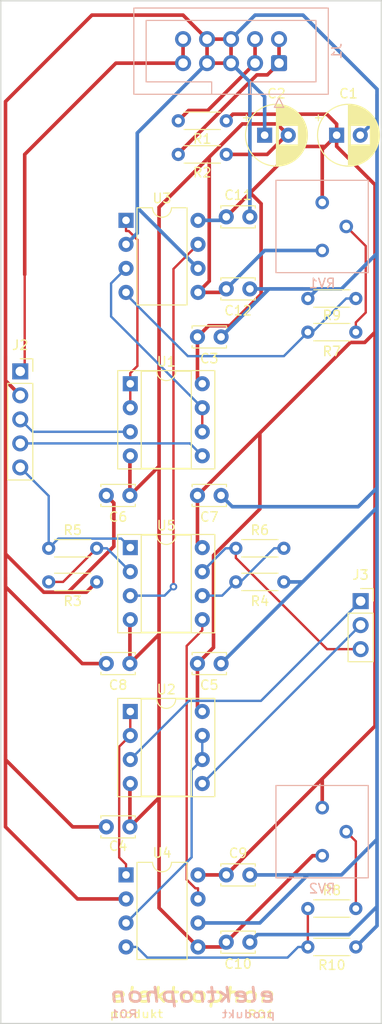
<source format=kicad_pcb>
(kicad_pcb (version 20211014) (generator pcbnew)
  (title_block (title "produkt") (date "2021-07-28") (comment 1 "PCB for main circuit") (comment 2 "vca and ringmodulator") (comment 4 "License CC BY 4.0 - Attribution 4.0 International"))
  (layers (0 "F.Cu" signal) (31 "B.Cu" signal) (34 "B.Paste" user) (35 "F.Paste" user) (36 "B.SilkS" user "B.Silkscreen") (37 "F.SilkS" user "F.Silkscreen") (38 "B.Mask" user) (39 "F.Mask" user) (44 "Edge.Cuts" user))
  (net 0 "")
  (net 1 "GND")
  (net 2 "+15V")
  (net 3 "-15V")
  (net 4 "+5V")
  (net 5 "VP")
  (net 6 "VN")
  (net 7 "OUTb")
  (net 8 "Yb")
  (net 9 "Xb")
  (net 10 "OUTa")
  (net 11 "Ya")
  (net 12 "Xa")
  (net 13 "Net-(R3-Pad1)")
  (net 14 "Net-(R4-Pad1)")
  (net 15 "Net-(R7-Pad2)")
  (net 16 "Net-(R7-Pad1)")
  (net 17 "Net-(R8-Pad2)")
  (net 18 "Net-(R10-Pad2)")
  (net 19 "Net-(U1-Pad6)")
  (net 20 "Net-(U1-Pad1)")
  (net 21 "Net-(U2-Pad6)")
  (net 22 "Net-(U2-Pad1)")
  (net 23 "Net-(U3-Pad7)")
  (net 24 "Net-(U4-Pad7)")
  (footprint "MountingHole:MountingHole_2.2mm_M2" (layer "F.Cu") (at 88.56 53.34)
    (fp_text reference "H2" hide)
    (fp_text value "MountingHole" hide)
    (pad "" np_thru_hole circle locked (at 0 0) (size 2.2 2.2) (drill 2.2) (layers *.Cu *.Mask))
  )
  (footprint "MountingHole:MountingHole_2.2mm_M2" (layer "F.Cu") (at 53.34 156.44)
    (fp_text reference "H3" hide)
    (fp_text value "MountingHole" hide)
    (pad "" np_thru_hole circle locked (at 0 0) (size 2.2 2.2) (drill 2.2) (layers *.Cu *.Mask))
  )
  (footprint "MountingHole:MountingHole_2.2mm_M2" (layer "F.Cu") (at 88.56 156.44)
    (fp_text reference "H4" hide)
    (fp_text value "MountingHole" hide)
    (pad "" np_thru_hole circle locked (at 0 0) (size 2.2 2.2) (drill 2.2) (layers *.Cu *.Mask))
  )
  (footprint "Capacitor_THT:CP_Radial_D6.3mm_P2.50mm" (layer "F.Cu") (at 86.36 65.024)
    (fp_text reference "C1" (at 1.25 -4.4) (layer "F.SilkS"))
    (fp_text value "22u")
    (pad "1" thru_hole rect locked (at 0 0) (size 1.6 1.6) (drill 0.8) (layers *.Cu *.Mask) (net 2 "+15V"))
    (pad "2" thru_hole circle locked (at 2.5 0) (size 1.6 1.6) (drill 0.8) (layers *.Cu *.Mask) (net 1 "GND"))
  )
  (footprint "Capacitor_THT:CP_Radial_D6.3mm_P2.50mm" (layer "F.Cu") (at 78.74 65.024)
    (fp_text reference "C2" (at 1.25 -4.4) (layer "F.SilkS"))
    (fp_text value "22u")
    (pad "1" thru_hole rect locked (at 0 0) (size 1.6 1.6) (drill 0.8) (layers *.Cu *.Mask) (net 1 "GND"))
    (pad "2" thru_hole circle locked (at 2.5 0) (size 1.6 1.6) (drill 0.8) (layers *.Cu *.Mask) (net 3 "-15V"))
  )
  (footprint "Capacitor_THT:C_Disc_D3.4mm_W2.1mm_P2.50mm" (layer "F.Cu") (at 71.628 86.36)
    (fp_text reference "C3" (at 1.25 2.286) (layer "F.SilkS"))
    (fp_text value "0.1u")
    (pad "1" thru_hole circle locked (at 0 0) (size 1.6 1.6) (drill 0.8) (layers *.Cu *.Mask) (net 2 "+15V"))
    (pad "2" thru_hole circle locked (at 2.5 0) (size 1.6 1.6) (drill 0.8) (layers *.Cu *.Mask) (net 1 "GND"))
  )
  (footprint "Capacitor_THT:C_Disc_D3.4mm_W2.1mm_P2.50mm" (layer "F.Cu") (at 61.976 138.176)
    (fp_text reference "C4" (at 1.25 2.032) (layer "F.SilkS"))
    (fp_text value "0.1u")
    (pad "1" thru_hole circle locked (at 0 0) (size 1.6 1.6) (drill 0.8) (layers *.Cu *.Mask) (net 1 "GND"))
    (pad "2" thru_hole circle locked (at 2.5 0) (size 1.6 1.6) (drill 0.8) (layers *.Cu *.Mask) (net 3 "-15V"))
  )
  (footprint "Capacitor_THT:C_Disc_D3.4mm_W2.1mm_P2.50mm" (layer "F.Cu") (at 71.628 120.904)
    (fp_text reference "C5" (at 1.25 2.272) (layer "F.SilkS"))
    (fp_text value "0.1u")
    (pad "1" thru_hole circle locked (at 0 0) (size 1.6 1.6) (drill 0.8) (layers *.Cu *.Mask) (net 2 "+15V"))
    (pad "2" thru_hole circle locked (at 2.5 0) (size 1.6 1.6) (drill 0.8) (layers *.Cu *.Mask) (net 1 "GND"))
  )
  (footprint "Capacitor_THT:C_Disc_D3.4mm_W2.1mm_P2.50mm" (layer "F.Cu") (at 61.976 103.124)
    (fp_text reference "C6" (at 1.25 2.272) (layer "F.SilkS"))
    (fp_text value "0.1u")
    (pad "1" thru_hole circle locked (at 0 0) (size 1.6 1.6) (drill 0.8) (layers *.Cu *.Mask) (net 1 "GND"))
    (pad "2" thru_hole circle locked (at 2.5 0) (size 1.6 1.6) (drill 0.8) (layers *.Cu *.Mask) (net 3 "-15V"))
  )
  (footprint "Capacitor_THT:C_Disc_D3.4mm_W2.1mm_P2.50mm" (layer "F.Cu") (at 71.628 103.124)
    (fp_text reference "C7" (at 1.25 2.272) (layer "F.SilkS"))
    (fp_text value "0.1u")
    (pad "1" thru_hole circle locked (at 0 0) (size 1.6 1.6) (drill 0.8) (layers *.Cu *.Mask) (net 2 "+15V"))
    (pad "2" thru_hole circle locked (at 2.5 0) (size 1.6 1.6) (drill 0.8) (layers *.Cu *.Mask) (net 1 "GND"))
  )
  (footprint "Capacitor_THT:C_Disc_D3.4mm_W2.1mm_P2.50mm" (layer "F.Cu") (at 61.976 120.904)
    (fp_text reference "C8" (at 1.25 2.272) (layer "F.SilkS"))
    (fp_text value "0.1u")
    (pad "1" thru_hole circle locked (at 0 0) (size 1.6 1.6) (drill 0.8) (layers *.Cu *.Mask) (net 1 "GND"))
    (pad "2" thru_hole circle locked (at 2.5 0) (size 1.6 1.6) (drill 0.8) (layers *.Cu *.Mask) (net 3 "-15V"))
  )
  (footprint "Capacitor_THT:C_Disc_D3.4mm_W2.1mm_P2.50mm" (layer "F.Cu") (at 74.676 143.256)
    (fp_text reference "C9" (at 1.25 -2.3) (layer "F.SilkS"))
    (fp_text value "0.1u")
    (pad "1" thru_hole circle locked (at 0 0) (size 1.6 1.6) (drill 0.8) (layers *.Cu *.Mask) (net 2 "+15V"))
    (pad "2" thru_hole circle locked (at 2.5 0) (size 1.6 1.6) (drill 0.8) (layers *.Cu *.Mask) (net 1 "GND"))
  )
  (footprint "Capacitor_THT:C_Disc_D3.4mm_W2.1mm_P2.50mm" (layer "F.Cu") (at 77.176 150.368 180)
    (fp_text reference "C10" (at 1.25 -2.3) (layer "F.SilkS"))
    (fp_text value "0.1u")
    (pad "1" thru_hole circle locked (at 0 0 180) (size 1.6 1.6) (drill 0.8) (layers *.Cu *.Mask) (net 1 "GND"))
    (pad "2" thru_hole circle locked (at 2.5 0 180) (size 1.6 1.6) (drill 0.8) (layers *.Cu *.Mask) (net 3 "-15V"))
  )
  (footprint "Capacitor_THT:C_Disc_D3.4mm_W2.1mm_P2.50mm" (layer "F.Cu") (at 74.676 73.66)
    (fp_text reference "C11" (at 1.25 -2.3) (layer "F.SilkS"))
    (fp_text value "0.1u")
    (pad "1" thru_hole circle locked (at 0 0) (size 1.6 1.6) (drill 0.8) (layers *.Cu *.Mask) (net 2 "+15V"))
    (pad "2" thru_hole circle locked (at 2.5 0) (size 1.6 1.6) (drill 0.8) (layers *.Cu *.Mask) (net 1 "GND"))
  )
  (footprint "Capacitor_THT:C_Disc_D3.4mm_W2.1mm_P2.50mm" (layer "F.Cu") (at 77.176 81.28 180)
    (fp_text reference "C12" (at 1.25 -2.3) (layer "F.SilkS"))
    (fp_text value "0.1u")
    (pad "1" thru_hole circle locked (at 0 0 180) (size 1.6 1.6) (drill 0.8) (layers *.Cu *.Mask) (net 1 "GND"))
    (pad "2" thru_hole circle locked (at 2.5 0 180) (size 1.6 1.6) (drill 0.8) (layers *.Cu *.Mask) (net 3 "-15V"))
  )
  (footprint "MountingHole:MountingHole_2.2mm_M2" (layer "F.Cu") (at 53.34 53.34)
    (fp_text reference "H1" hide)
    (fp_text value "MountingHole" hide)
    (pad "" np_thru_hole circle locked (at 0 0) (size 2.2 2.2) (drill 2.2) (layers *.Cu *.Mask))
  )
  (footprint "Resistor_THT:R_Axial_DIN0204_L3.6mm_D1.6mm_P5.08mm_Horizontal" (layer "F.Cu") (at 74.676 63.5 180)
    (fp_text reference "R1" (at 2.54 -1.92) (layer "F.SilkS"))
    (fp_text value "10")
    (pad "1" thru_hole circle locked (at 0 0 180) (size 1.4 1.4) (drill 0.7) (layers *.Cu *.Mask) (net 2 "+15V"))
    (pad "2" thru_hole oval locked (at 5.08 0 180) (size 1.4 1.4) (drill 0.7) (layers *.Cu *.Mask) (net 5 "VP"))
  )
  (footprint "Resistor_THT:R_Axial_DIN0204_L3.6mm_D1.6mm_P5.08mm_Horizontal" (layer "F.Cu") (at 74.676 67.056 180)
    (fp_text reference "R2" (at 2.54 -1.92) (layer "F.SilkS"))
    (fp_text value "10")
    (pad "1" thru_hole circle locked (at 0 0 180) (size 1.4 1.4) (drill 0.7) (layers *.Cu *.Mask) (net 3 "-15V"))
    (pad "2" thru_hole oval locked (at 5.08 0 180) (size 1.4 1.4) (drill 0.7) (layers *.Cu *.Mask) (net 6 "VN"))
  )
  (footprint "Resistor_THT:R_Axial_DIN0204_L3.6mm_D1.6mm_P5.08mm_Horizontal" (layer "F.Cu") (at 55.88 112.268)
    (fp_text reference "R3" (at 2.54 2.032) (layer "F.SilkS"))
    (fp_text value "10k")
    (pad "1" thru_hole circle locked (at 0 0) (size 1.4 1.4) (drill 0.7) (layers *.Cu *.Mask) (net 13 "Net-(R3-Pad1)"))
    (pad "2" thru_hole oval locked (at 5.08 0) (size 1.4 1.4) (drill 0.7) (layers *.Cu *.Mask) (net 1 "GND"))
  )
  (footprint "Resistor_THT:R_Axial_DIN0204_L3.6mm_D1.6mm_P5.08mm_Horizontal" (layer "F.Cu") (at 75.692 112.268)
    (fp_text reference "R4" (at 2.54 2.032) (layer "F.SilkS"))
    (fp_text value "10k")
    (pad "1" thru_hole circle locked (at 0 0) (size 1.4 1.4) (drill 0.7) (layers *.Cu *.Mask) (net 14 "Net-(R4-Pad1)"))
    (pad "2" thru_hole oval locked (at 5.08 0) (size 1.4 1.4) (drill 0.7) (layers *.Cu *.Mask) (net 1 "GND"))
  )
  (footprint "Resistor_THT:R_Axial_DIN0204_L3.6mm_D1.6mm_P5.08mm_Horizontal" (layer "F.Cu") (at 55.88 108.712)
    (fp_text reference "R5" (at 2.54 -1.92) (layer "F.SilkS"))
    (fp_text value "10k")
    (pad "1" thru_hole circle locked (at 0 0) (size 1.4 1.4) (drill 0.7) (layers *.Cu *.Mask) (net 10 "OUTa"))
    (pad "2" thru_hole oval locked (at 5.08 0) (size 1.4 1.4) (drill 0.7) (layers *.Cu *.Mask) (net 13 "Net-(R3-Pad1)"))
  )
  (footprint "Resistor_THT:R_Axial_DIN0204_L3.6mm_D1.6mm_P5.08mm_Horizontal" (layer "F.Cu") (at 75.692 108.712)
    (fp_text reference "R6" (at 2.54 -1.92) (layer "F.SilkS"))
    (fp_text value "10k")
    (pad "1" thru_hole circle locked (at 0 0) (size 1.4 1.4) (drill 0.7) (layers *.Cu *.Mask) (net 7 "OUTb"))
    (pad "2" thru_hole oval locked (at 5.08 0) (size 1.4 1.4) (drill 0.7) (layers *.Cu *.Mask) (net 14 "Net-(R4-Pad1)"))
  )
  (footprint "Resistor_THT:R_Axial_DIN0204_L3.6mm_D1.6mm_P5.08mm_Horizontal" (layer "F.Cu") (at 83.312 85.852)
    (fp_text reference "R7" (at 2.54 2.032) (layer "F.SilkS"))
    (fp_text value "330k")
    (pad "1" thru_hole circle locked (at 0 0) (size 1.4 1.4) (drill 0.7) (layers *.Cu *.Mask) (net 16 "Net-(R7-Pad1)"))
    (pad "2" thru_hole oval locked (at 5.08 0) (size 1.4 1.4) (drill 0.7) (layers *.Cu *.Mask) (net 15 "Net-(R7-Pad2)"))
  )
  (footprint "Resistor_THT:R_Axial_DIN0204_L3.6mm_D1.6mm_P5.08mm_Horizontal" (layer "F.Cu") (at 83.312 146.812)
    (fp_text reference "R8" (at 2.54 -1.92) (layer "F.SilkS"))
    (fp_text value "330k")
    (pad "1" thru_hole circle locked (at 0 0) (size 1.4 1.4) (drill 0.7) (layers *.Cu *.Mask) (net 18 "Net-(R10-Pad2)"))
    (pad "2" thru_hole oval locked (at 5.08 0) (size 1.4 1.4) (drill 0.7) (layers *.Cu *.Mask) (net 17 "Net-(R8-Pad2)"))
  )
  (footprint "Resistor_THT:R_Axial_DIN0204_L3.6mm_D1.6mm_P5.08mm_Horizontal" (layer "F.Cu") (at 83.312 82.296)
    (fp_text reference "R9" (at 2.54 1.778) (layer "F.SilkS"))
    (fp_text value "100")
    (pad "1" thru_hole circle locked (at 0 0) (size 1.4 1.4) (drill 0.7) (layers *.Cu *.Mask) (net 1 "GND"))
    (pad "2" thru_hole oval locked (at 5.08 0) (size 1.4 1.4) (drill 0.7) (layers *.Cu *.Mask) (net 16 "Net-(R7-Pad1)"))
  )
  (footprint "Resistor_THT:R_Axial_DIN0204_L3.6mm_D1.6mm_P5.08mm_Horizontal" (layer "F.Cu") (at 88.392 150.876 180)
    (fp_text reference "R10" (at 2.54 -1.92) (layer "F.SilkS"))
    (fp_text value "100")
    (pad "1" thru_hole circle locked (at 0 0 180) (size 1.4 1.4) (drill 0.7) (layers *.Cu *.Mask) (net 1 "GND"))
    (pad "2" thru_hole oval locked (at 5.08 0 180) (size 1.4 1.4) (drill 0.7) (layers *.Cu *.Mask) (net 18 "Net-(R10-Pad2)"))
  )
  (footprint "Package_DIP:DIP-8_W7.62mm" (layer "F.Cu") (at 64.066 74.0285)
    (fp_text reference "U3" (at 3.81 -2.33) (layer "F.SilkS"))
    (fp_text value "AD633")
    (pad "1" thru_hole rect locked (at 0 0) (size 1.6 1.6) (drill 0.8) (layers *.Cu *.Mask) (net 20 "Net-(U1-Pad1)"))
    (pad "2" thru_hole oval locked (at 0 2.54) (size 1.6 1.6) (drill 0.8) (layers *.Cu *.Mask) (net 1 "GND"))
    (pad "3" thru_hole oval locked (at 0 5.08) (size 1.6 1.6) (drill 0.8) (layers *.Cu *.Mask) (net 19 "Net-(U1-Pad6)"))
    (pad "4" thru_hole oval locked (at 0 7.62) (size 1.6 1.6) (drill 0.8) (layers *.Cu *.Mask) (net 16 "Net-(R7-Pad1)"))
    (pad "5" thru_hole oval locked (at 7.62 7.62) (size 1.6 1.6) (drill 0.8) (layers *.Cu *.Mask) (net 3 "-15V"))
    (pad "6" thru_hole oval locked (at 7.62 5.08) (size 1.6 1.6) (drill 0.8) (layers *.Cu *.Mask) (net 1 "GND"))
    (pad "7" thru_hole oval locked (at 7.62 2.54) (size 1.6 1.6) (drill 0.8) (layers *.Cu *.Mask) (net 23 "Net-(U3-Pad7)"))
    (pad "8" thru_hole oval locked (at 7.62 0) (size 1.6 1.6) (drill 0.8) (layers *.Cu *.Mask) (net 2 "+15V"))
  )
  (footprint "Package_DIP:DIP-8_W7.62mm" (layer "F.Cu") (at 64.066 143.256)
    (fp_text reference "U4" (at 3.81 -2.33) (layer "F.SilkS"))
    (fp_text value "AD633")
    (pad "1" thru_hole rect locked (at 0 0) (size 1.6 1.6) (drill 0.8) (layers *.Cu *.Mask) (net 22 "Net-(U2-Pad1)"))
    (pad "2" thru_hole oval locked (at 0 2.54) (size 1.6 1.6) (drill 0.8) (layers *.Cu *.Mask) (net 1 "GND"))
    (pad "3" thru_hole oval locked (at 0 5.08) (size 1.6 1.6) (drill 0.8) (layers *.Cu *.Mask) (net 21 "Net-(U2-Pad6)"))
    (pad "4" thru_hole oval locked (at 0 7.62) (size 1.6 1.6) (drill 0.8) (layers *.Cu *.Mask) (net 18 "Net-(R10-Pad2)"))
    (pad "5" thru_hole oval locked (at 7.62 7.62) (size 1.6 1.6) (drill 0.8) (layers *.Cu *.Mask) (net 3 "-15V"))
    (pad "6" thru_hole oval locked (at 7.62 5.08) (size 1.6 1.6) (drill 0.8) (layers *.Cu *.Mask) (net 1 "GND"))
    (pad "7" thru_hole oval locked (at 7.62 2.54) (size 1.6 1.6) (drill 0.8) (layers *.Cu *.Mask) (net 24 "Net-(U4-Pad7)"))
    (pad "8" thru_hole oval locked (at 7.62 0) (size 1.6 1.6) (drill 0.8) (layers *.Cu *.Mask) (net 2 "+15V"))
  )
  (footprint "Package_DIP:DIP-8_W7.62mm_Socket" (layer "F.Cu") (at 64.516 91.3104)
    (fp_text reference "U1" (at 3.81 -2.33) (layer "F.SilkS"))
    (fp_text value "TL072")
    (pad "1" thru_hole rect locked (at 0 0) (size 1.6 1.6) (drill 0.8) (layers *.Cu *.Mask) (net 20 "Net-(U1-Pad1)"))
    (pad "2" thru_hole oval locked (at 0 2.54) (size 1.6 1.6) (drill 0.8) (layers *.Cu *.Mask) (net 20 "Net-(U1-Pad1)"))
    (pad "3" thru_hole oval locked (at 0 5.08) (size 1.6 1.6) (drill 0.8) (layers *.Cu *.Mask) (net 12 "Xa"))
    (pad "4" thru_hole oval locked (at 0 7.62) (size 1.6 1.6) (drill 0.8) (layers *.Cu *.Mask) (net 3 "-15V"))
    (pad "5" thru_hole oval locked (at 7.62 7.62) (size 1.6 1.6) (drill 0.8) (layers *.Cu *.Mask) (net 11 "Ya"))
    (pad "6" thru_hole oval locked (at 7.62 5.08) (size 1.6 1.6) (drill 0.8) (layers *.Cu *.Mask) (net 19 "Net-(U1-Pad6)"))
    (pad "7" thru_hole oval locked (at 7.62 2.54) (size 1.6 1.6) (drill 0.8) (layers *.Cu *.Mask) (net 19 "Net-(U1-Pad6)"))
    (pad "8" thru_hole oval locked (at 7.62 0) (size 1.6 1.6) (drill 0.8) (layers *.Cu *.Mask) (net 2 "+15V"))
  )
  (footprint "Package_DIP:DIP-8_W7.62mm_Socket" (layer "F.Cu") (at 64.516 125.974)
    (fp_text reference "U2" (at 3.81 -2.33) (layer "F.SilkS"))
    (fp_text value "TL072")
    (pad "1" thru_hole rect locked (at 0 0) (size 1.6 1.6) (drill 0.8) (layers *.Cu *.Mask) (net 22 "Net-(U2-Pad1)"))
    (pad "2" thru_hole oval locked (at 0 2.54) (size 1.6 1.6) (drill 0.8) (layers *.Cu *.Mask) (net 22 "Net-(U2-Pad1)"))
    (pad "3" thru_hole oval locked (at 0 5.08) (size 1.6 1.6) (drill 0.8) (layers *.Cu *.Mask) (net 9 "Xb"))
    (pad "4" thru_hole oval locked (at 0 7.62) (size 1.6 1.6) (drill 0.8) (layers *.Cu *.Mask) (net 3 "-15V"))
    (pad "5" thru_hole oval locked (at 7.62 7.62) (size 1.6 1.6) (drill 0.8) (layers *.Cu *.Mask) (net 8 "Yb"))
    (pad "6" thru_hole oval locked (at 7.62 5.08) (size 1.6 1.6) (drill 0.8) (layers *.Cu *.Mask) (net 21 "Net-(U2-Pad6)"))
    (pad "7" thru_hole oval locked (at 7.62 2.54) (size 1.6 1.6) (drill 0.8) (layers *.Cu *.Mask) (net 21 "Net-(U2-Pad6)"))
    (pad "8" thru_hole oval locked (at 7.62 0) (size 1.6 1.6) (drill 0.8) (layers *.Cu *.Mask) (net 2 "+15V"))
  )
  (footprint "Package_DIP:DIP-8_W7.62mm_Socket" (layer "F.Cu") (at 64.516 108.642)
    (fp_text reference "U5" (at 3.81 -2.33) (layer "F.SilkS"))
    (fp_text value "TL072")
    (pad "1" thru_hole rect locked (at 0 0) (size 1.6 1.6) (drill 0.8) (layers *.Cu *.Mask) (net 10 "OUTa"))
    (pad "2" thru_hole oval locked (at 0 2.54) (size 1.6 1.6) (drill 0.8) (layers *.Cu *.Mask) (net 13 "Net-(R3-Pad1)"))
    (pad "3" thru_hole oval locked (at 0 5.08) (size 1.6 1.6) (drill 0.8) (layers *.Cu *.Mask) (net 23 "Net-(U3-Pad7)"))
    (pad "4" thru_hole oval locked (at 0 7.62) (size 1.6 1.6) (drill 0.8) (layers *.Cu *.Mask) (net 3 "-15V"))
    (pad "5" thru_hole oval locked (at 7.62 7.62) (size 1.6 1.6) (drill 0.8) (layers *.Cu *.Mask) (net 24 "Net-(U4-Pad7)"))
    (pad "6" thru_hole oval locked (at 7.62 5.08) (size 1.6 1.6) (drill 0.8) (layers *.Cu *.Mask) (net 14 "Net-(R4-Pad1)"))
    (pad "7" thru_hole oval locked (at 7.62 2.54) (size 1.6 1.6) (drill 0.8) (layers *.Cu *.Mask) (net 7 "OUTb"))
    (pad "8" thru_hole oval locked (at 7.62 0) (size 1.6 1.6) (drill 0.8) (layers *.Cu *.Mask) (net 2 "+15V"))
  )
  (footprint "Connector_PinSocket_2.54mm:PinSocket_1x03_P2.54mm_Vertical" (layer "F.Cu") (at 88.9 114.3)
    (fp_text reference "J3" (at 0 -2.77) (layer "F.SilkS"))
    (fp_text value "01x03 Female" hide)
    (pad "1" thru_hole rect locked (at 0 0) (size 1.7 1.7) (drill 1) (layers *.Cu *.Mask) (net 9 "Xb"))
    (pad "2" thru_hole oval locked (at 0 2.54) (size 1.7 1.7) (drill 1) (layers *.Cu *.Mask) (net 8 "Yb"))
    (pad "3" thru_hole oval locked (at 0 5.08) (size 1.7 1.7) (drill 1) (layers *.Cu *.Mask) (net 7 "OUTb"))
  )
  (footprint "Connector_PinSocket_2.54mm:PinSocket_1x05_P2.54mm_Vertical" (layer "F.Cu") (at 52.87 90)
    (fp_text reference "J2" (at 0 -2.77) (layer "F.SilkS"))
    (fp_text value "01x05 Female" hide)
    (pad "1" thru_hole rect locked (at 0 0) (size 1.7 1.7) (drill 1) (layers *.Cu *.Mask) (net 4 "+5V"))
    (pad "2" thru_hole oval locked (at 0 2.54) (size 1.7 1.7) (drill 1) (layers *.Cu *.Mask) (net 1 "GND"))
    (pad "3" thru_hole oval locked (at 0 5.08) (size 1.7 1.7) (drill 1) (layers *.Cu *.Mask) (net 12 "Xa"))
    (pad "4" thru_hole oval locked (at 0 7.62) (size 1.7 1.7) (drill 1) (layers *.Cu *.Mask) (net 11 "Ya"))
    (pad "5" thru_hole oval locked (at 0 10.16) (size 1.7 1.7) (drill 1) (layers *.Cu *.Mask) (net 10 "OUTa"))
  )
  (footprint "elektrophon:elektrophon logo" (layer "F.Cu") (at 71.12 156.972)
    (fp_text reference "REF**" hide)
    (fp_text value "elektrophon logo" hide)
    (fp_text user "produkt" (at 8.84 1.02) (layer "B.SilkS") (effects (font (size 0.8 1)) (justify left mirror)))
    (fp_text user "elektrophon" (at 0 -1.016) (layer "B.SilkS") (effects (font (size 1.5 2) (thickness 0.3) italic) (justify mirror)))
    (fp_text user "R01" (at -8.83 1) (layer "B.SilkS") (effects (font (size 0.8 1)) (justify right mirror)))
    (fp_text user "produkt" (at -8.88 1) (layer "F.SilkS") (effects (font (size 0.8 1)) (justify left)))
    (fp_text user "R01" (at 8.8 1.02) (layer "F.SilkS") (effects (font (size 0.8 1)) (justify right)))
    (fp_text user "elektrophon" (at 0 -1.016) (layer "F.SilkS") (effects (font (size 1.5 2) (thickness 0.3) italic)))
  )
  (footprint "Connector_IDC:IDC-Header_2x05_P2.54mm_Vertical" (layer "B.Cu") (at 80.264 57.404 90)
    (fp_text reference "J1" (at 1.27 6.1 90) (layer "B.SilkS") (effects (justify mirror)))
    (fp_text value "10 Pos")
    (pad "1" thru_hole roundrect locked (at 0 0 90) (size 1.7 1.7) (drill 1) (layers *.Cu *.Mask) (roundrect_rratio 0.147059) (net 6 "VN"))
    (pad "2" thru_hole circle locked (at 2.54 0 90) (size 1.7 1.7) (drill 1) (layers *.Cu *.Mask) (net 6 "VN"))
    (pad "3" thru_hole circle locked (at 0 -2.54 90) (size 1.7 1.7) (drill 1) (layers *.Cu *.Mask) (net 5 "VP"))
    (pad "4" thru_hole circle locked (at 2.54 -2.54 90) (size 1.7 1.7) (drill 1) (layers *.Cu *.Mask) (net 5 "VP"))
    (pad "5" thru_hole circle locked (at 0 -5.08 90) (size 1.7 1.7) (drill 1) (layers *.Cu *.Mask) (net 1 "GND"))
    (pad "6" thru_hole circle locked (at 2.54 -5.08 90) (size 1.7 1.7) (drill 1) (layers *.Cu *.Mask) (net 1 "GND"))
    (pad "7" thru_hole circle locked (at 0 -7.62 90) (size 1.7 1.7) (drill 1) (layers *.Cu *.Mask) (net 1 "GND"))
    (pad "8" thru_hole circle locked (at 2.54 -7.62 90) (size 1.7 1.7) (drill 1) (layers *.Cu *.Mask) (net 1 "GND"))
    (pad "9" thru_hole circle locked (at 0 -10.16 90) (size 1.7 1.7) (drill 1) (layers *.Cu *.Mask) (net 4 "+5V"))
    (pad "10" thru_hole circle locked (at 2.54 -10.16 90) (size 1.7 1.7) (drill 1) (layers *.Cu *.Mask) (net 4 "+5V"))
  )
  (footprint "Potentiometer_THT:Potentiometer_Bourns_3386P_Vertical" (layer "B.Cu") (at 84.836 72.136)
    (fp_text reference "RV1" (at -0.015 8.555) (layer "B.SilkS") (effects (justify mirror)))
    (fp_text value "100k")
    (pad "1" thru_hole circle locked (at 0 0) (size 1.44 1.44) (drill 0.8) (layers *.Cu *.Mask) (net 2 "+15V"))
    (pad "2" thru_hole circle locked (at 2.54 2.54) (size 1.44 1.44) (drill 0.8) (layers *.Cu *.Mask) (net 15 "Net-(R7-Pad2)"))
    (pad "3" thru_hole circle locked (at 0 5.08) (size 1.44 1.44) (drill 0.8) (layers *.Cu *.Mask) (net 3 "-15V"))
  )
  (footprint "Potentiometer_THT:Potentiometer_Bourns_3386P_Vertical" (layer "B.Cu") (at 84.836 136.144)
    (fp_text reference "RV2" (at -0.015 8.555) (layer "B.SilkS") (effects (justify mirror)))
    (fp_text value "100k")
    (pad "1" thru_hole circle locked (at 0 0) (size 1.44 1.44) (drill 0.8) (layers *.Cu *.Mask) (net 2 "+15V"))
    (pad "2" thru_hole circle locked (at 2.54 2.54) (size 1.44 1.44) (drill 0.8) (layers *.Cu *.Mask) (net 17 "Net-(R8-Pad2)"))
    (pad "3" thru_hole circle locked (at 0 5.08) (size 1.44 1.44) (drill 0.8) (layers *.Cu *.Mask) (net 3 "-15V"))
  )
  (gr_line (start 50.8 50.8) (end 50.8 158.98) (layer "Edge.Cuts") (width 0.15))
  (gr_line (start 91.1 158.98) (end 50.8 158.98) (layer "Edge.Cuts") (width 0.15))
  (gr_line (start 50.8 50.8) (end 91.1 50.8) (layer "Edge.Cuts") (width 0.15))
  (gr_line (start 91.1 50.8) (end 91.1 158.98) (layer "Edge.Cuts") (width 0.15))
  (segment (start 72.644 57.404) (end 75.184 57.404) (width 0.381) (layer "F.Cu") (net 1))
  (segment (start 51.308 88.392) (end 51.308 109.22) (width 0.381) (layer "F.Cu") (net 1))
  (segment (start 51.308 88.392) (end 51.308 90.978) (width 0.381) (layer "F.Cu") (net 1))
  (segment (start 75.184 57.404) (end 75.184 54.864) (width 0.381) (layer "F.Cu") (net 1))
  (segment (start 72.644 54.864) (end 72.644 57.404) (width 0.381) (layer "F.Cu") (net 1))
  (segment (start 51.308 61.468) (end 60.452 52.324) (width 0.381) (layer "F.Cu") (net 1))
  (segment (start 70.104 52.324) (end 72.644 54.864) (width 0.381) (layer "F.Cu") (net 1))
  (segment (start 51.308 109.309942) (end 55.356559 113.358501) (width 0.381) (layer "F.Cu") (net 1))
  (segment (start 51.308 138.176) (end 51.308 130.556) (width 0.381) (layer "F.Cu") (net 1))
  (segment (start 62.775999 103.923999) (end 62.775999 108.509943) (width 0.381) (layer "F.Cu") (net 1))
  (segment (start 62.775999 108.509943) (end 58.001942 113.284) (width 0.381) (layer "F.Cu") (net 1))
  (segment (start 51.308 61.468) (end 51.308 88.392) (width 0.381) (layer "F.Cu") (net 1))
  (segment (start 75.184 54.864) (end 72.644 54.864) (width 0.381) (layer "F.Cu") (net 1))
  (segment (start 51.308 130.556) (end 51.308 131.064) (width 0.381) (layer "F.Cu") (net 1))
  (segment (start 55.356559 113.358501) (end 59.869499 113.358501) (width 0.381) (layer "F.Cu") (net 1))
  (segment (start 51.308 109.22) (end 51.308 109.309942) (width 0.381) (layer "F.Cu") (net 1))
  (segment (start 61.976 103.124) (end 62.775999 103.923999) (width 0.381) (layer "F.Cu") (net 1))
  (segment (start 59.869499 113.358501) (end 60.96 112.268) (width 0.381) (layer "F.Cu") (net 1))
  (segment (start 51.308 90.978) (end 52.87 92.54) (width 0.381) (layer "F.Cu") (net 1))
  (segment (start 60.452 52.324) (end 70.104 52.324) (width 0.381) (layer "F.Cu") (net 1))
  (segment (start 51.308 111.76) (end 51.308 109.22) (width 0.381) (layer "F.Cu") (net 1))
  (segment (start 58.42 138.176) (end 61.976 138.176) (width 0.381) (layer "F.Cu") (net 1))
  (segment (start 59.436 120.904) (end 61.976 120.904) (width 0.381) (layer "F.Cu") (net 1))
  (segment (start 51.308 111.76) (end 51.308 112.776) (width 0.381) (layer "F.Cu") (net 1))
  (segment (start 58.928 145.796) (end 51.308 138.176) (width 0.381) (layer "F.Cu") (net 1))
  (segment (start 51.308 131.064) (end 58.42 138.176) (width 0.381) (layer "F.Cu") (net 1))
  (segment (start 64.066 145.796) (end 58.928 145.796) (width 0.381) (layer "F.Cu") (net 1))
  (segment (start 51.308 112.776) (end 59.436 120.904) (width 0.381) (layer "F.Cu") (net 1))
  (segment (start 51.308 130.556) (end 51.308 111.76) (width 0.381) (layer "F.Cu") (net 1))
  (segment (start 90.63449 60.74951) (end 90.63449 60.15449) (width 0.381) (layer "B.Cu") (net 1))
  (segment (start 86.868 143.256) (end 90.63449 139.48951) (width 0.381) (layer "B.Cu") (net 1))
  (segment (start 90.63449 148.63351) (end 90.63449 146.60151) (width 0.381) (layer "B.Cu") (net 1))
  (segment (start 65.454001 72.876501) (end 71.686 79.1085) (width 0.381) (layer "B.Cu") (net 1))
  (segment (start 78.232 148.336) (end 83.312 143.256) (width 0.381) (layer "B.Cu") (net 1))
  (segment (start 90.63449 60.74951) (end 90.63449 63.24951) (width 0.381) (layer "B.Cu") (net 1))
  (segment (start 78.74 65.024) (end 78.74 60.96) (width 0.381) (layer "B.Cu") (net 1))
  (segment (start 65.256501 64.791499) (end 72.644 57.404) (width 0.381) (layer "B.Cu") (net 1))
  (segment (start 80.772 112.268) (end 82.764 112.268) (width 0.381) (layer "B.Cu") (net 1))
  (segment (start 71.686 148.336) (end 78.232 148.336) (width 0.381) (layer "B.Cu") (net 1))
  (segment (start 65.256501 75.377999) (end 65.256501 72.876501) (width 0.381) (layer "B.Cu") (net 1))
  (segment (start 85.852 143.256) (end 86.868 143.256) (width 0.381) (layer "B.Cu") (net 1))
  (segment (start 90.63449 77.51351) (end 90.63449 60.74951) (width 0.381) (layer "B.Cu") (net 1))
  (segment (start 88.638479 104.314501) (end 90.63449 102.31849) (width 0.381) (layer "B.Cu") (net 1))
  (segment (start 86.868 81.28) (end 90.63449 77.51351) (width 0.381) (layer "B.Cu") (net 1))
  (segment (start 87.667999 149.568001) (end 90.63449 146.60151) (width 0.381) (layer "B.Cu") (net 1))
  (segment (start 75.318501 104.314501) (end 74.128 103.124) (width 0.381) (layer "B.Cu") (net 1))
  (segment (start 82.804 52.324) (end 77.724 52.324) (width 0.381) (layer "B.Cu") (net 1))
  (segment (start 83.8 111.232) (end 74.128 120.904) (width 0.381) (layer "B.Cu") (net 1))
  (segment (start 90.63449 103.84249) (end 90.63449 102.31849) (width 0.381) (layer "B.Cu") (net 1))
  (segment (start 82.764 112.268) (end 83.8 111.232) (width 0.381) (layer "B.Cu") (net 1))
  (segment (start 75.184 57.404) (end 77.176 59.396) (width 0.381) (layer "B.Cu") (net 1))
  (segment (start 82.804 81.28) (end 79.208 81.28) (width 0.381) (layer "B.Cu") (net 1))
  (segment (start 83.312 143.256) (end 85.852 143.256) (width 0.381) (layer "B.Cu") (net 1))
  (segment (start 88.638479 104.314501) (end 75.318501 104.314501) (width 0.381) (layer "B.Cu") (net 1))
  (segment (start 77.176 81.28) (end 82.804 81.28) (width 0.381) (layer "B.Cu") (net 1))
  (segment (start 77.176 150.368) (end 77.975999 149.568001) (width 0.381) (layer "B.Cu") (net 1))
  (segment (start 64.066 76.5685) (end 65.256501 75.377999) (width 0.381) (layer "B.Cu") (net 1))
  (segment (start 84.328 81.28) (end 83.312 82.296) (width 0.381) (layer "B.Cu") (net 1))
  (segment (start 90.63449 63.24951) (end 88.86 65.024) (width 0.381) (layer "B.Cu") (net 1))
  (segment (start 79.208 81.28) (end 74.128 86.36) (width 0.381) (layer "B.Cu") (net 1))
  (segment (start 65.256501 72.876501) (end 65.454001 72.876501) (width 0.381) (layer "B.Cu") (net 1))
  (segment (start 90.63449 103.84249) (end 90.63449 104.39751) (width 0.381) (layer "B.Cu") (net 1))
  (segment (start 90.63449 139.48951) (end 90.63449 103.84249) (width 0.381) (layer "B.Cu") (net 1))
  (segment (start 90.63449 102.31849) (end 90.63449 77.51351) (width 0.381) (layer "B.Cu") (net 1))
  (segment (start 85.852 81.28) (end 84.328 81.28) (width 0.381) (layer "B.Cu") (net 1))
  (segment (start 90.63449 104.39751) (end 83.8 111.232) (width 0.381) (layer "B.Cu") (net 1))
  (segment (start 85.852 81.28) (end 86.868 81.28) (width 0.381) (layer "B.Cu") (net 1))
  (segment (start 65.256501 72.876501) (end 65.256501 64.791499) (width 0.381) (layer "B.Cu") (net 1))
  (segment (start 77.176 59.396) (end 77.176 73.66) (width 0.381) (layer "B.Cu") (net 1))
  (segment (start 88.392 150.876) (end 90.63449 148.63351) (width 0.381) (layer "B.Cu") (net 1))
  (segment (start 90.63449 146.60151) (end 90.63449 139.48951) (width 0.381) (layer "B.Cu") (net 1))
  (segment (start 78.74 60.96) (end 75.184 57.404) (width 0.381) (layer "B.Cu") (net 1))
  (segment (start 90.63449 60.15449) (end 82.804 52.324) (width 0.381) (layer "B.Cu") (net 1))
  (segment (start 77.176 143.256) (end 85.852 143.256) (width 0.381) (layer "B.Cu") (net 1))
  (segment (start 82.804 81.28) (end 85.852 81.28) (width 0.381) (layer "B.Cu") (net 1))
  (segment (start 77.724 52.324) (end 75.184 54.864) (width 0.381) (layer "B.Cu") (net 1))
  (segment (start 77.975999 149.568001) (end 87.667999 149.568001) (width 0.381) (layer "B.Cu") (net 1))
  (segment (start 82.1215 66.2145) (end 77.216 71.12) (width 0.381) (layer "F.Cu") (net 2))
  (segment (start 73.326501 109.463557) (end 73.326501 119.205499) (width 0.381) (layer "F.Cu") (net 2))
  (segment (start 74.676 143.256) (end 71.686 143.256) (width 0.381) (layer "F.Cu") (net 2))
  (segment (start 84.836 72.136) (end 84.836 66.548) (width 0.381) (layer "F.Cu") (net 2))
  (segment (start 71.628 86.36) (end 71.628 90.8024) (width 0.381) (layer "F.Cu") (net 2))
  (segment (start 77.216 71.12) (end 74.676 73.66) (width 0.381) (layer "F.Cu") (net 2))
  (segment (start 78.3665 81.8514) (end 75.0484 85.1695) (width 0.381) (layer "F.Cu") (net 2))
  (segment (start 84.836 133.096) (end 74.676 143.256) (width 0.381) (layer "F.Cu") (net 2))
  (segment (start 75.376 62.8) (end 85.317 62.8) (width 0.381) (layer "F.Cu") (net 2))
  (segment (start 86.36 63.843) (end 86.36 65.024) (width 0.381) (layer "F.Cu") (net 2))
  (segment (start 90.424 70.269) (end 90.424 85.852) (width 0.381) (layer "F.Cu") (net 2))
  (segment (start 72.8185 85.1695) (end 71.628 86.36) (width 0.381) (layer "F.Cu") (net 2))
  (segment (start 75.0484 85.1695) (end 72.8185 85.1695) (width 0.381) (layer "F.Cu") (net 2))
  (segment (start 90.424 127.508) (end 84.836 133.096) (width 0.381) (layer "F.Cu") (net 2))
  (segment (start 85.317 62.8) (end 86.36 63.843) (width 0.381) (layer "F.Cu") (net 2))
  (segment (start 71.628 90.8024) (end 72.136 91.3104) (width 0.381) (layer "F.Cu") (net 2))
  (segment (start 71.628 120.904) (end 71.628 125.466) (width 0.381) (layer "F.Cu") (net 2))
  (segment (start 78.3665 72.2705) (end 78.3665 81.8514) (width 0.381) (layer "F.Cu") (net 2))
  (segment (start 90.424 85.852) (end 90.424 127.508) (width 0.381) (layer "F.Cu") (net 2))
  (segment (start 73.326501 119.205499) (end 71.628 120.904) (width 0.381) (layer "F.Cu") (net 2))
  (segment (start 84.836 136.144) (end 84.836 133.096) (width 0.381) (layer "F.Cu") (net 2))
  (segment (start 84.836 66.548) (end 85.1695 66.2145) (width 0.381) (layer "F.Cu") (net 2))
  (segment (start 90.424 85.852) (end 89.3335 86.9425) (width 0.381) (layer "F.Cu") (net 2))
  (segment (start 78.232 96.52) (end 71.628 103.124) (width 0.381) (layer "F.Cu") (net 2))
  (segment (start 71.628 108.134) (end 72.136 108.642) (width 0.381) (layer "F.Cu") (net 2))
  (segment (start 78.232 96.52) (end 78.232 104.558058) (width 0.381) (layer "F.Cu") (net 2))
  (segment (start 71.628 103.124) (end 71.628 108.134) (width 0.381) (layer "F.Cu") (net 2))
  (segment (start 89.3335 86.9425) (end 87.8095 86.9425) (width 0.381) (layer "F.Cu") (net 2))
  (segment (start 87.8095 86.9425) (end 78.232 96.52) (width 0.381) (layer "F.Cu") (net 2))
  (segment (start 86.36 65.024) (end 86.36 66.205) (width 0.381) (layer "F.Cu") (net 2))
  (segment (start 71.628 125.466) (end 72.136 125.974) (width 0.381) (layer "F.Cu") (net 2))
  (segment (start 74.676 63.5) (end 75.376 62.8) (width 0.381) (layer "F.Cu") (net 2))
  (segment (start 86.36 65.024) (end 85.1695 66.2145) (width 0.381) (layer "F.Cu") (net 2))
  (segment (start 78.232 104.558058) (end 73.326501 109.463557) (width 0.381) (layer "F.Cu") (net 2))
  (segment (start 85.1695 66.2145) (end 82.1215 66.2145) (width 0.381) (layer "F.Cu") (net 2))
  (segment (start 86.36 66.205) (end 90.424 70.269) (width 0.381) (layer "F.Cu") (net 2))
  (segment (start 77.216 71.12) (end 78.3665 72.2705) (width 0.381) (layer "F.Cu") (net 2))
  (segment (start 74.3075 74.0285) (end 74.676 73.66) (width 0.381) (layer "B.Cu") (net 2))
  (segment (start 71.686 74.0285) (end 74.3075 74.0285) (width 0.381) (layer "B.Cu") (net 2))
  (segment (start 64.476 98.9704) (end 64.516 98.9304) (width 0.381) (layer "F.Cu") (net 3))
  (segment (start 67.564 117.816) (end 67.564 135.088) (width 0.381) (layer "F.Cu") (net 3))
  (segment (start 74.3075 81.6485) (end 74.676 81.28) (width 0.381) (layer "F.Cu") (net 3))
  (segment (start 67.564 117.816) (end 64.476 120.904) (width 0.381) (layer "F.Cu") (net 3))
  (segment (start 64.476 120.904) (end 64.476 116.302) (width 0.381) (layer "F.Cu") (net 3))
  (segment (start 67.564 135.088) (end 64.476 138.176) (width 0.381) (layer "F.Cu") (net 3))
  (segment (start 74.168 150.876) (end 74.676 150.368) (width 0.381) (layer "F.Cu") (net 3))
  (segment (start 81.24 65.024) (end 80.0495 63.8335) (width 0.381) (layer "F.Cu") (net 3))
  (segment (start 67.564 146.754) (end 71.686 150.876) (width 0.381) (layer "F.Cu") (net 3))
  (segment (start 71.686 150.876) (end 74.168 150.876) (width 0.381) (layer "F.Cu") (net 3))
  (segment (start 71.686 81.6485) (end 72.876501 80.457999) (width 0.381) (layer "F.Cu") (net 3))
  (segment (start 73.152 67.056) (end 67.564 72.644) (width 0.381) (layer "F.Cu") (net 3))
  (segment (start 81.0429 65.024) (end 81.24 65.024) (width 0.381) (layer "F.Cu") (net 3))
  (segment (start 74.676 67.056) (end 79.0109 67.056) (width 0.381) (layer "F.Cu") (net 3))
  (segment (start 76.3745 63.8335) (end 73.152 67.056) (width 0.381) (layer "F.Cu") (net 3))
  (segment (start 64.476 133.634) (end 64.516 133.594) (width 0.381) (layer "F.Cu") (net 3))
  (segment (start 80.0495 63.8335) (end 76.3745 63.8335) (width 0.381) (layer "F.Cu") (net 3))
  (segment (start 67.564 100.036) (end 67.564 117.816) (width 0.381) (layer "F.Cu") (net 3))
  (segment (start 67.564 100.036) (end 64.476 103.124) (width 0.381) (layer "F.Cu") (net 3))
  (segment (start 67.564 72.644) (end 67.564 100.036) (width 0.381) (layer "F.Cu") (net 3))
  (segment (start 71.686 81.6485) (end 74.3075 81.6485) (width 0.381) (layer "F.Cu") (net 3))
  (segment (start 64.476 116.302) (end 64.516 116.262) (width 0.381) (layer "F.Cu") (net 3))
  (segment (start 79.0109 67.056) (end 81.0429 65.024) (width 0.381) (layer "F.Cu") (net 3))
  (segment (start 64.476 103.124) (end 64.476 98.9704) (width 0.381) (layer "F.Cu") (net 3))
  (segment (start 72.876501 67.331499) (end 73.152 67.056) (width 0.381) (layer "F.Cu") (net 3))
  (segment (start 83.82 141.224) (end 74.676 150.368) (width 0.381) (layer "F.Cu") (net 3))
  (segment (start 64.476 138.176) (end 64.476 133.634) (width 0.381) (layer "F.Cu") (net 3))
  (segment (start 72.876501 80.457999) (end 72.876501 67.331499) (width 0.381) (layer "F.Cu") (net 3))
  (segment (start 84.836 141.224) (end 83.82 141.224) (width 0.381) (layer "F.Cu") (net 3))
  (segment (start 67.564 135.088) (end 67.564 146.754) (width 0.381) (layer "F.Cu") (net 3))
  (segment (start 78.74 77.216) (end 74.676 81.28) (width 0.381) (layer "B.Cu") (net 3))
  (segment (start 84.836 77.216) (end 78.74 77.216) (width 0.381) (layer "B.Cu") (net 3))
  (segment (start 70.104 57.404) (end 62.992 57.404) (width 0.381) (layer "F.Cu") (net 4))
  (segment (start 53.34 67.056) (end 53.34 79.756) (width 0.381) (layer "F.Cu") (net 4))
  (segment (start 53.34 89.53) (end 52.87 90) (width 0.25) (layer "F.Cu") (net 4))
  (segment (start 62.992 57.404) (end 53.34 67.056) (width 0.381) (layer "F.Cu") (net 4))
  (segment (start 70.104 54.864) (end 70.104 57.404) (width 0.381) (layer "F.Cu") (net 4))
  (segment (start 53.34 79.756) (end 53.34 89.53) (width 0.25) (layer "F.Cu") (net 4))
  (segment (start 72.7185 62.4095) (end 77.724 57.404) (width 0.381) (layer "F.Cu") (net 5))
  (segment (start 70.6865 62.4095) (end 72.7185 62.4095) (width 0.381) (layer "F.Cu") (net 5))
  (segment (start 69.596 63.5) (end 70.6865 62.4095) (width 0.381) (layer "F.Cu") (net 5))
  (segment (start 77.724 57.404) (end 77.724 54.864) (width 0.381) (layer "F.Cu") (net 5))
  (segment (start 77.9176 58.6445) (end 79.0235 58.6445) (width 0.381) (layer "F.Cu") (net 6))
  (segment (start 79.0235 58.6445) (end 80.264 57.404) (width 0.381) (layer "F.Cu") (net 6))
  (segment (start 69.596 66.9661) (end 77.9176 58.6445) (width 0.381) (layer "F.Cu") (net 6))
  (segment (start 69.596 67.056) (end 69.596 66.9661) (width 0.381) (layer "F.Cu") (net 6))
  (segment (start 80.264 57.404) (end 80.264 54.864) (width 0.381) (layer "F.Cu") (net 6))
  (segment (start 88.9 119.38) (end 85.344 119.38) (width 0.25) (layer "F.Cu") (net 7))
  (segment (start 85.344 119.38) (end 75.692 109.728) (width 0.25) (layer "F.Cu") (net 7))
  (segment (start 75.692 108.712) (end 75.692 109.728) (width 0.25) (layer "F.Cu") (net 7))
  (segment (start 74.606 108.712) (end 75.692 108.712) (width 0.25) (layer "B.Cu") (net 7))
  (segment (start 72.136 111.182) (end 74.606 108.712) (width 0.25) (layer "B.Cu") (net 7))
  (segment (start 72.136 133.594) (end 88.89 116.84) (width 0.25) (layer "B.Cu") (net 8))
  (segment (start 88.89 116.84) (end 88.9 116.84) (width 0.25) (layer "B.Cu") (net 8))
  (segment (start 78.351001 124.848999) (end 88.9 114.3) (width 0.25) (layer "B.Cu") (net 9))
  (segment (start 64.516 131.054) (end 70.721001 124.848999) (width 0.25) (layer "B.Cu") (net 9))
  (segment (start 70.721001 124.848999) (end 78.351001 124.848999) (width 0.25) (layer "B.Cu") (net 9))
  (segment (start 55.88 108.712) (end 55.88 103.17) (width 0.25) (layer "B.Cu") (net 10))
  (segment (start 64.516 108.642) (end 63.560999 107.686999) (width 0.25) (layer "B.Cu") (net 10))
  (segment (start 63.560999 107.686999) (end 56.905001 107.686999) (width 0.25) (layer "B.Cu") (net 10))
  (segment (start 56.905001 107.686999) (end 55.88 108.712) (width 0.25) (layer "B.Cu") (net 10))
  (segment (start 55.88 103.17) (end 52.87 100.16) (width 0.25) (layer "B.Cu") (net 10))
  (segment (start 52.87 97.62) (end 70.8256 97.62) (width 0.25) (layer "B.Cu") (net 11))
  (segment (start 70.8256 97.62) (end 72.136 98.9304) (width 0.25) (layer "B.Cu") (net 11))
  (segment (start 54.1804 96.3904) (end 52.87 95.08) (width 0.25) (layer "B.Cu") (net 12))
  (segment (start 64.516 96.3904) (end 54.1804 96.3904) (width 0.25) (layer "B.Cu") (net 12))
  (segment (start 57.404 112.268) (end 60.96 108.712) (width 0.25) (layer "F.Cu") (net 13))
  (segment (start 55.88 112.268) (end 57.404 112.268) (width 0.25) (layer "F.Cu") (net 13))
  (segment (start 62.046 108.712) (end 60.96 108.712) (width 0.25) (layer "B.Cu") (net 13))
  (segment (start 64.516 111.182) (end 62.046 108.712) (width 0.25) (layer "B.Cu") (net 13))
  (segment (start 72.136 113.722) (end 74.238 113.722) (width 0.25) (layer "B.Cu") (net 14))
  (segment (start 74.238 113.722) (end 75.692 112.268) (width 0.25) (layer "B.Cu") (net 14))
  (segment (start 80.772 108.712) (end 79.7467 108.712) (width 0.25) (layer "B.Cu") (net 14))
  (segment (start 75.692 112.268) (end 76.1907 112.268) (width 0.25) (layer "B.Cu") (net 14))
  (segment (start 76.1907 112.268) (end 79.7467 108.712) (width 0.25) (layer "B.Cu") (net 14))
  (segment (start 88.392 84.8267) (end 89.4403 83.7784) (width 0.25) (layer "F.Cu") (net 15))
  (segment (start 89.4403 76.7403) (end 87.376 74.676) (width 0.25) (layer "F.Cu") (net 15))
  (segment (start 88.392 85.852) (end 88.392 84.8267) (width 0.25) (layer "F.Cu") (net 15))
  (segment (start 89.4403 83.7784) (end 89.4403 76.7403) (width 0.25) (layer "F.Cu") (net 15))
  (segment (start 87.3667 82.296) (end 83.8107 85.852) (width 0.25) (layer "B.Cu") (net 16))
  (segment (start 64.066 81.846) (end 64.066 81.6485) (width 0.25) (layer "B.Cu") (net 16))
  (segment (start 88.392 82.296) (end 87.3667 82.296) (width 0.25) (layer "B.Cu") (net 16))
  (segment (start 83.8107 85.852) (end 83.312 85.852) (width 0.25) (layer "B.Cu") (net 16))
  (segment (start 80.772 88.392) (end 70.612 88.392) (width 0.25) (layer "B.Cu") (net 16))
  (segment (start 70.612 88.392) (end 64.066 81.846) (width 0.25) (layer "B.Cu") (net 16))
  (segment (start 83.312 85.852) (end 80.772 88.392) (width 0.25) (layer "B.Cu") (net 16))
  (segment (start 88.392 139.7) (end 87.376 138.684) (width 0.25) (layer "F.Cu") (net 17))
  (segment (start 88.392 146.812) (end 88.392 139.7) (width 0.25) (layer "F.Cu") (net 17))
  (segment (start 83.312 146.812) (end 83.312 150.876) (width 0.25) (layer "F.Cu") (net 18))
  (segment (start 82.2867 150.876) (end 81.1614 152.0013) (width 0.25) (layer "B.Cu") (net 18))
  (segment (start 81.1614 152.0013) (end 66.3166 152.0013) (width 0.25) (layer "B.Cu") (net 18))
  (segment (start 66.3166 152.0013) (end 65.1913 150.876) (width 0.25) (layer "B.Cu") (net 18))
  (segment (start 83.312 150.876) (end 82.2867 150.876) (width 0.25) (layer "B.Cu") (net 18))
  (segment (start 64.066 150.876) (end 65.1913 150.876) (width 0.25) (layer "B.Cu") (net 18))
  (segment (start 72.136 96.3904) (end 72.136 93.8504) (width 0.25) (layer "F.Cu") (net 19))
  (segment (start 62.484 84.1984) (end 62.484 80.6905) (width 0.25) (layer "B.Cu") (net 19))
  (segment (start 72.136 93.8504) (end 62.484 84.1984) (width 0.25) (layer "B.Cu") (net 19))
  (segment (start 62.484 80.6905) (end 64.066 79.1085) (width 0.25) (layer "B.Cu") (net 19))
  (segment (start 64.066 74.0285) (end 64.066 75.1538) (width 0.25) (layer "F.Cu") (net 20))
  (segment (start 64.516 91.3104) (end 64.516 90.1851) (width 0.25) (layer "F.Cu") (net 20))
  (segment (start 64.516 91.3104) (end 64.516 93.8504) (width 0.25) (layer "F.Cu") (net 20))
  (segment (start 65.2699 89.4312) (end 64.516 90.1851) (width 0.25) (layer "F.Cu") (net 20))
  (segment (start 65.2699 76.0764) (end 65.2699 89.4312) (width 0.25) (layer "F.Cu") (net 20))
  (segment (start 64.3473 75.1538) (end 65.2699 76.0764) (width 0.25) (layer "F.Cu") (net 20))
  (segment (start 64.066 75.1538) (end 64.3473 75.1538) (width 0.25) (layer "F.Cu") (net 20))
  (segment (start 71.010999 132.179001) (end 71.010999 141.391001) (width 0.25) (layer "B.Cu") (net 21))
  (segment (start 71.010999 141.391001) (end 64.066 148.336) (width 0.25) (layer "B.Cu") (net 21))
  (segment (start 72.136 131.054) (end 72.136 128.514) (width 0.25) (layer "B.Cu") (net 21))
  (segment (start 72.136 131.054) (end 71.010999 132.179001) (width 0.25) (layer "B.Cu") (net 21))
  (segment (start 64.066 143.256) (end 64.066 142.1307) (width 0.25) (layer "F.Cu") (net 22))
  (segment (start 64.516 125.974) (end 64.516 128.514) (width 0.25) (layer "F.Cu") (net 22))
  (segment (start 63.3425 129.6875) (end 64.516 128.514) (width 0.25) (layer "F.Cu") (net 22))
  (segment (start 64.066 142.1307) (end 63.3425 141.4072) (width 0.25) (layer "F.Cu") (net 22))
  (segment (start 63.3425 141.4072) (end 63.3425 129.6875) (width 0.25) (layer "F.Cu") (net 22))
  (segment (start 69.088 79.1665) (end 69.088 112.776) (width 0.25) (layer "F.Cu") (net 23))
  (segment (start 71.686 76.5685) (end 69.088 79.1665) (width 0.25) (layer "F.Cu") (net 23))
  (via (at 69.088 112.776) (size 0.8) (drill 0.4) (layers "F.Cu" "B.Cu") (net 23))
  (segment (start 64.516 113.722) (end 68.142 113.722) (width 0.25) (layer "B.Cu") (net 23))
  (segment (start 68.142 113.722) (end 69.088 112.776) (width 0.25) (layer "B.Cu") (net 23))
  (segment (start 71.686 144.6707) (end 71.4047 144.6707) (width 0.25) (layer "F.Cu") (net 24))
  (segment (start 71.4047 144.6707) (end 70.4873 143.7533) (width 0.25) (layer "F.Cu") (net 24))
  (segment (start 70.4873 119.036) (end 72.136 117.3873) (width 0.25) (layer "F.Cu") (net 24))
  (segment (start 71.686 145.796) (end 71.686 144.6707) (width 0.25) (layer "F.Cu") (net 24))
  (segment (start 72.136 116.262) (end 72.136 117.3873) (width 0.25) (layer "F.Cu") (net 24))
  (segment (start 70.4873 143.7533) (end 70.4873 119.036) (width 0.25) (layer "F.Cu") (net 24))
)
</source>
